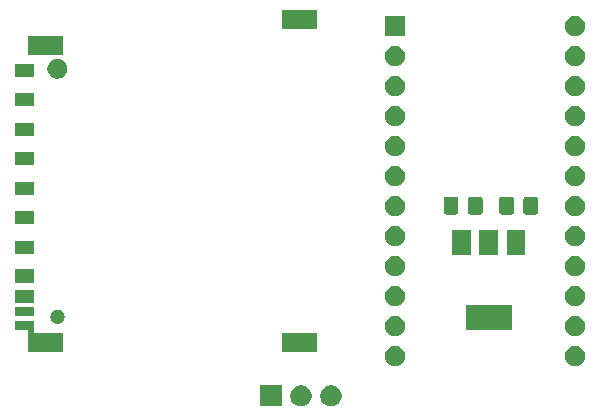
<source format=gbr>
G04 #@! TF.GenerationSoftware,KiCad,Pcbnew,(5.1.5)-3*
G04 #@! TF.CreationDate,2020-01-24T22:37:54-08:00*
G04 #@! TF.ProjectId,sdInterface,7364496e-7465-4726-9661-63652e6b6963,rev?*
G04 #@! TF.SameCoordinates,Original*
G04 #@! TF.FileFunction,Soldermask,Top*
G04 #@! TF.FilePolarity,Negative*
%FSLAX46Y46*%
G04 Gerber Fmt 4.6, Leading zero omitted, Abs format (unit mm)*
G04 Created by KiCad (PCBNEW (5.1.5)-3) date 2020-01-24 22:37:54*
%MOMM*%
%LPD*%
G04 APERTURE LIST*
%ADD10C,0.100000*%
G04 APERTURE END LIST*
D10*
G36*
X114001000Y-107801000D02*
G01*
X112199000Y-107801000D01*
X112199000Y-105999000D01*
X114001000Y-105999000D01*
X114001000Y-107801000D01*
G37*
G36*
X115753512Y-106003927D02*
G01*
X115902812Y-106033624D01*
X116066784Y-106101544D01*
X116214354Y-106200147D01*
X116339853Y-106325646D01*
X116438456Y-106473216D01*
X116506376Y-106637188D01*
X116541000Y-106811259D01*
X116541000Y-106988741D01*
X116506376Y-107162812D01*
X116438456Y-107326784D01*
X116339853Y-107474354D01*
X116214354Y-107599853D01*
X116066784Y-107698456D01*
X115902812Y-107766376D01*
X115753512Y-107796073D01*
X115728742Y-107801000D01*
X115551258Y-107801000D01*
X115526488Y-107796073D01*
X115377188Y-107766376D01*
X115213216Y-107698456D01*
X115065646Y-107599853D01*
X114940147Y-107474354D01*
X114841544Y-107326784D01*
X114773624Y-107162812D01*
X114739000Y-106988741D01*
X114739000Y-106811259D01*
X114773624Y-106637188D01*
X114841544Y-106473216D01*
X114940147Y-106325646D01*
X115065646Y-106200147D01*
X115213216Y-106101544D01*
X115377188Y-106033624D01*
X115526488Y-106003927D01*
X115551258Y-105999000D01*
X115728742Y-105999000D01*
X115753512Y-106003927D01*
G37*
G36*
X118293512Y-106003927D02*
G01*
X118442812Y-106033624D01*
X118606784Y-106101544D01*
X118754354Y-106200147D01*
X118879853Y-106325646D01*
X118978456Y-106473216D01*
X119046376Y-106637188D01*
X119081000Y-106811259D01*
X119081000Y-106988741D01*
X119046376Y-107162812D01*
X118978456Y-107326784D01*
X118879853Y-107474354D01*
X118754354Y-107599853D01*
X118606784Y-107698456D01*
X118442812Y-107766376D01*
X118293512Y-107796073D01*
X118268742Y-107801000D01*
X118091258Y-107801000D01*
X118066488Y-107796073D01*
X117917188Y-107766376D01*
X117753216Y-107698456D01*
X117605646Y-107599853D01*
X117480147Y-107474354D01*
X117381544Y-107326784D01*
X117313624Y-107162812D01*
X117279000Y-106988741D01*
X117279000Y-106811259D01*
X117313624Y-106637188D01*
X117381544Y-106473216D01*
X117480147Y-106325646D01*
X117605646Y-106200147D01*
X117753216Y-106101544D01*
X117917188Y-106033624D01*
X118066488Y-106003927D01*
X118091258Y-105999000D01*
X118268742Y-105999000D01*
X118293512Y-106003927D01*
G37*
G36*
X139088228Y-102721703D02*
G01*
X139243100Y-102785853D01*
X139382481Y-102878985D01*
X139501015Y-102997519D01*
X139594147Y-103136900D01*
X139658297Y-103291772D01*
X139691000Y-103456184D01*
X139691000Y-103623816D01*
X139658297Y-103788228D01*
X139594147Y-103943100D01*
X139501015Y-104082481D01*
X139382481Y-104201015D01*
X139243100Y-104294147D01*
X139088228Y-104358297D01*
X138923816Y-104391000D01*
X138756184Y-104391000D01*
X138591772Y-104358297D01*
X138436900Y-104294147D01*
X138297519Y-104201015D01*
X138178985Y-104082481D01*
X138085853Y-103943100D01*
X138021703Y-103788228D01*
X137989000Y-103623816D01*
X137989000Y-103456184D01*
X138021703Y-103291772D01*
X138085853Y-103136900D01*
X138178985Y-102997519D01*
X138297519Y-102878985D01*
X138436900Y-102785853D01*
X138591772Y-102721703D01*
X138756184Y-102689000D01*
X138923816Y-102689000D01*
X139088228Y-102721703D01*
G37*
G36*
X123848228Y-102721703D02*
G01*
X124003100Y-102785853D01*
X124142481Y-102878985D01*
X124261015Y-102997519D01*
X124354147Y-103136900D01*
X124418297Y-103291772D01*
X124451000Y-103456184D01*
X124451000Y-103623816D01*
X124418297Y-103788228D01*
X124354147Y-103943100D01*
X124261015Y-104082481D01*
X124142481Y-104201015D01*
X124003100Y-104294147D01*
X123848228Y-104358297D01*
X123683816Y-104391000D01*
X123516184Y-104391000D01*
X123351772Y-104358297D01*
X123196900Y-104294147D01*
X123057519Y-104201015D01*
X122938985Y-104082481D01*
X122845853Y-103943100D01*
X122781703Y-103788228D01*
X122749000Y-103623816D01*
X122749000Y-103456184D01*
X122781703Y-103291772D01*
X122845853Y-103136900D01*
X122938985Y-102997519D01*
X123057519Y-102878985D01*
X123196900Y-102785853D01*
X123351772Y-102721703D01*
X123516184Y-102689000D01*
X123683816Y-102689000D01*
X123848228Y-102721703D01*
G37*
G36*
X93026000Y-101424001D02*
G01*
X93028402Y-101448387D01*
X93035515Y-101471836D01*
X93047066Y-101493447D01*
X93062611Y-101512389D01*
X93081553Y-101527934D01*
X93103164Y-101539485D01*
X93126613Y-101546598D01*
X93150999Y-101549000D01*
X95476000Y-101549000D01*
X95476000Y-103151000D01*
X92574000Y-103151000D01*
X92574000Y-101480999D01*
X92571598Y-101456613D01*
X92564485Y-101433164D01*
X92552934Y-101411553D01*
X92537389Y-101392611D01*
X92518447Y-101377066D01*
X92496836Y-101365515D01*
X92473387Y-101358402D01*
X92449001Y-101356000D01*
X91424000Y-101356000D01*
X91424000Y-100554000D01*
X93026000Y-100554000D01*
X93026000Y-101424001D01*
G37*
G36*
X116976000Y-103151000D02*
G01*
X114074000Y-103151000D01*
X114074000Y-101549000D01*
X116976000Y-101549000D01*
X116976000Y-103151000D01*
G37*
G36*
X139088228Y-100181703D02*
G01*
X139243100Y-100245853D01*
X139382481Y-100338985D01*
X139501015Y-100457519D01*
X139594147Y-100596900D01*
X139658297Y-100751772D01*
X139691000Y-100916184D01*
X139691000Y-101083816D01*
X139658297Y-101248228D01*
X139594147Y-101403100D01*
X139501015Y-101542481D01*
X139382481Y-101661015D01*
X139243100Y-101754147D01*
X139088228Y-101818297D01*
X138923816Y-101851000D01*
X138756184Y-101851000D01*
X138591772Y-101818297D01*
X138436900Y-101754147D01*
X138297519Y-101661015D01*
X138178985Y-101542481D01*
X138085853Y-101403100D01*
X138021703Y-101248228D01*
X137989000Y-101083816D01*
X137989000Y-100916184D01*
X138021703Y-100751772D01*
X138085853Y-100596900D01*
X138178985Y-100457519D01*
X138297519Y-100338985D01*
X138436900Y-100245853D01*
X138591772Y-100181703D01*
X138756184Y-100149000D01*
X138923816Y-100149000D01*
X139088228Y-100181703D01*
G37*
G36*
X123848228Y-100181703D02*
G01*
X124003100Y-100245853D01*
X124142481Y-100338985D01*
X124261015Y-100457519D01*
X124354147Y-100596900D01*
X124418297Y-100751772D01*
X124451000Y-100916184D01*
X124451000Y-101083816D01*
X124418297Y-101248228D01*
X124354147Y-101403100D01*
X124261015Y-101542481D01*
X124142481Y-101661015D01*
X124003100Y-101754147D01*
X123848228Y-101818297D01*
X123683816Y-101851000D01*
X123516184Y-101851000D01*
X123351772Y-101818297D01*
X123196900Y-101754147D01*
X123057519Y-101661015D01*
X122938985Y-101542481D01*
X122845853Y-101403100D01*
X122781703Y-101248228D01*
X122749000Y-101083816D01*
X122749000Y-100916184D01*
X122781703Y-100751772D01*
X122845853Y-100596900D01*
X122938985Y-100457519D01*
X123057519Y-100338985D01*
X123196900Y-100245853D01*
X123351772Y-100181703D01*
X123516184Y-100149000D01*
X123683816Y-100149000D01*
X123848228Y-100181703D01*
G37*
G36*
X133501000Y-101301000D02*
G01*
X129599000Y-101301000D01*
X129599000Y-99199000D01*
X133501000Y-99199000D01*
X133501000Y-101301000D01*
G37*
G36*
X95161601Y-99614397D02*
G01*
X95200305Y-99622096D01*
X95232340Y-99635365D01*
X95309680Y-99667400D01*
X95408115Y-99733173D01*
X95491827Y-99816885D01*
X95557600Y-99915320D01*
X95602904Y-100024696D01*
X95626000Y-100140805D01*
X95626000Y-100259195D01*
X95602904Y-100375304D01*
X95557600Y-100484680D01*
X95491827Y-100583115D01*
X95408115Y-100666827D01*
X95309680Y-100732600D01*
X95232340Y-100764635D01*
X95200305Y-100777904D01*
X95161601Y-100785603D01*
X95084195Y-100801000D01*
X94965805Y-100801000D01*
X94888399Y-100785603D01*
X94849695Y-100777904D01*
X94817660Y-100764635D01*
X94740320Y-100732600D01*
X94641885Y-100666827D01*
X94558173Y-100583115D01*
X94492400Y-100484680D01*
X94447096Y-100375304D01*
X94424000Y-100259195D01*
X94424000Y-100140805D01*
X94447096Y-100024696D01*
X94492400Y-99915320D01*
X94558173Y-99816885D01*
X94641885Y-99733173D01*
X94740320Y-99667400D01*
X94817660Y-99635365D01*
X94849695Y-99622096D01*
X94888399Y-99614397D01*
X94965805Y-99599000D01*
X95084195Y-99599000D01*
X95161601Y-99614397D01*
G37*
G36*
X93026000Y-100156000D02*
G01*
X91424000Y-100156000D01*
X91424000Y-99354000D01*
X93026000Y-99354000D01*
X93026000Y-100156000D01*
G37*
G36*
X139088228Y-97641703D02*
G01*
X139243100Y-97705853D01*
X139382481Y-97798985D01*
X139501015Y-97917519D01*
X139594147Y-98056900D01*
X139658297Y-98211772D01*
X139691000Y-98376184D01*
X139691000Y-98543816D01*
X139658297Y-98708228D01*
X139594147Y-98863100D01*
X139501015Y-99002481D01*
X139382481Y-99121015D01*
X139243100Y-99214147D01*
X139088228Y-99278297D01*
X138923816Y-99311000D01*
X138756184Y-99311000D01*
X138591772Y-99278297D01*
X138436900Y-99214147D01*
X138297519Y-99121015D01*
X138178985Y-99002481D01*
X138085853Y-98863100D01*
X138021703Y-98708228D01*
X137989000Y-98543816D01*
X137989000Y-98376184D01*
X138021703Y-98211772D01*
X138085853Y-98056900D01*
X138178985Y-97917519D01*
X138297519Y-97798985D01*
X138436900Y-97705853D01*
X138591772Y-97641703D01*
X138756184Y-97609000D01*
X138923816Y-97609000D01*
X139088228Y-97641703D01*
G37*
G36*
X123848228Y-97641703D02*
G01*
X124003100Y-97705853D01*
X124142481Y-97798985D01*
X124261015Y-97917519D01*
X124354147Y-98056900D01*
X124418297Y-98211772D01*
X124451000Y-98376184D01*
X124451000Y-98543816D01*
X124418297Y-98708228D01*
X124354147Y-98863100D01*
X124261015Y-99002481D01*
X124142481Y-99121015D01*
X124003100Y-99214147D01*
X123848228Y-99278297D01*
X123683816Y-99311000D01*
X123516184Y-99311000D01*
X123351772Y-99278297D01*
X123196900Y-99214147D01*
X123057519Y-99121015D01*
X122938985Y-99002481D01*
X122845853Y-98863100D01*
X122781703Y-98708228D01*
X122749000Y-98543816D01*
X122749000Y-98376184D01*
X122781703Y-98211772D01*
X122845853Y-98056900D01*
X122938985Y-97917519D01*
X123057519Y-97798985D01*
X123196900Y-97705853D01*
X123351772Y-97641703D01*
X123516184Y-97609000D01*
X123683816Y-97609000D01*
X123848228Y-97641703D01*
G37*
G36*
X93026000Y-99006000D02*
G01*
X91424000Y-99006000D01*
X91424000Y-97904000D01*
X93026000Y-97904000D01*
X93026000Y-99006000D01*
G37*
G36*
X93026000Y-97306000D02*
G01*
X91424000Y-97306000D01*
X91424000Y-96204000D01*
X93026000Y-96204000D01*
X93026000Y-97306000D01*
G37*
G36*
X139088228Y-95101703D02*
G01*
X139243100Y-95165853D01*
X139382481Y-95258985D01*
X139501015Y-95377519D01*
X139594147Y-95516900D01*
X139658297Y-95671772D01*
X139691000Y-95836184D01*
X139691000Y-96003816D01*
X139658297Y-96168228D01*
X139594147Y-96323100D01*
X139501015Y-96462481D01*
X139382481Y-96581015D01*
X139243100Y-96674147D01*
X139088228Y-96738297D01*
X138923816Y-96771000D01*
X138756184Y-96771000D01*
X138591772Y-96738297D01*
X138436900Y-96674147D01*
X138297519Y-96581015D01*
X138178985Y-96462481D01*
X138085853Y-96323100D01*
X138021703Y-96168228D01*
X137989000Y-96003816D01*
X137989000Y-95836184D01*
X138021703Y-95671772D01*
X138085853Y-95516900D01*
X138178985Y-95377519D01*
X138297519Y-95258985D01*
X138436900Y-95165853D01*
X138591772Y-95101703D01*
X138756184Y-95069000D01*
X138923816Y-95069000D01*
X139088228Y-95101703D01*
G37*
G36*
X123848228Y-95101703D02*
G01*
X124003100Y-95165853D01*
X124142481Y-95258985D01*
X124261015Y-95377519D01*
X124354147Y-95516900D01*
X124418297Y-95671772D01*
X124451000Y-95836184D01*
X124451000Y-96003816D01*
X124418297Y-96168228D01*
X124354147Y-96323100D01*
X124261015Y-96462481D01*
X124142481Y-96581015D01*
X124003100Y-96674147D01*
X123848228Y-96738297D01*
X123683816Y-96771000D01*
X123516184Y-96771000D01*
X123351772Y-96738297D01*
X123196900Y-96674147D01*
X123057519Y-96581015D01*
X122938985Y-96462481D01*
X122845853Y-96323100D01*
X122781703Y-96168228D01*
X122749000Y-96003816D01*
X122749000Y-95836184D01*
X122781703Y-95671772D01*
X122845853Y-95516900D01*
X122938985Y-95377519D01*
X123057519Y-95258985D01*
X123196900Y-95165853D01*
X123351772Y-95101703D01*
X123516184Y-95069000D01*
X123683816Y-95069000D01*
X123848228Y-95101703D01*
G37*
G36*
X130051000Y-95001000D02*
G01*
X128449000Y-95001000D01*
X128449000Y-92899000D01*
X130051000Y-92899000D01*
X130051000Y-95001000D01*
G37*
G36*
X134651000Y-95001000D02*
G01*
X133049000Y-95001000D01*
X133049000Y-92899000D01*
X134651000Y-92899000D01*
X134651000Y-95001000D01*
G37*
G36*
X132351000Y-95001000D02*
G01*
X130749000Y-95001000D01*
X130749000Y-92899000D01*
X132351000Y-92899000D01*
X132351000Y-95001000D01*
G37*
G36*
X93026000Y-94876000D02*
G01*
X91424000Y-94876000D01*
X91424000Y-93774000D01*
X93026000Y-93774000D01*
X93026000Y-94876000D01*
G37*
G36*
X139088228Y-92561703D02*
G01*
X139243100Y-92625853D01*
X139382481Y-92718985D01*
X139501015Y-92837519D01*
X139594147Y-92976900D01*
X139658297Y-93131772D01*
X139691000Y-93296184D01*
X139691000Y-93463816D01*
X139658297Y-93628228D01*
X139594147Y-93783100D01*
X139501015Y-93922481D01*
X139382481Y-94041015D01*
X139243100Y-94134147D01*
X139088228Y-94198297D01*
X138923816Y-94231000D01*
X138756184Y-94231000D01*
X138591772Y-94198297D01*
X138436900Y-94134147D01*
X138297519Y-94041015D01*
X138178985Y-93922481D01*
X138085853Y-93783100D01*
X138021703Y-93628228D01*
X137989000Y-93463816D01*
X137989000Y-93296184D01*
X138021703Y-93131772D01*
X138085853Y-92976900D01*
X138178985Y-92837519D01*
X138297519Y-92718985D01*
X138436900Y-92625853D01*
X138591772Y-92561703D01*
X138756184Y-92529000D01*
X138923816Y-92529000D01*
X139088228Y-92561703D01*
G37*
G36*
X123848228Y-92561703D02*
G01*
X124003100Y-92625853D01*
X124142481Y-92718985D01*
X124261015Y-92837519D01*
X124354147Y-92976900D01*
X124418297Y-93131772D01*
X124451000Y-93296184D01*
X124451000Y-93463816D01*
X124418297Y-93628228D01*
X124354147Y-93783100D01*
X124261015Y-93922481D01*
X124142481Y-94041015D01*
X124003100Y-94134147D01*
X123848228Y-94198297D01*
X123683816Y-94231000D01*
X123516184Y-94231000D01*
X123351772Y-94198297D01*
X123196900Y-94134147D01*
X123057519Y-94041015D01*
X122938985Y-93922481D01*
X122845853Y-93783100D01*
X122781703Y-93628228D01*
X122749000Y-93463816D01*
X122749000Y-93296184D01*
X122781703Y-93131772D01*
X122845853Y-92976900D01*
X122938985Y-92837519D01*
X123057519Y-92718985D01*
X123196900Y-92625853D01*
X123351772Y-92561703D01*
X123516184Y-92529000D01*
X123683816Y-92529000D01*
X123848228Y-92561703D01*
G37*
G36*
X93026000Y-92376000D02*
G01*
X91424000Y-92376000D01*
X91424000Y-91274000D01*
X93026000Y-91274000D01*
X93026000Y-92376000D01*
G37*
G36*
X139088228Y-90021703D02*
G01*
X139243100Y-90085853D01*
X139382481Y-90178985D01*
X139501015Y-90297519D01*
X139594147Y-90436900D01*
X139658297Y-90591772D01*
X139691000Y-90756184D01*
X139691000Y-90923816D01*
X139658297Y-91088228D01*
X139594147Y-91243100D01*
X139501015Y-91382481D01*
X139382481Y-91501015D01*
X139243100Y-91594147D01*
X139088228Y-91658297D01*
X138923816Y-91691000D01*
X138756184Y-91691000D01*
X138591772Y-91658297D01*
X138436900Y-91594147D01*
X138297519Y-91501015D01*
X138178985Y-91382481D01*
X138085853Y-91243100D01*
X138021703Y-91088228D01*
X137989000Y-90923816D01*
X137989000Y-90756184D01*
X138021703Y-90591772D01*
X138085853Y-90436900D01*
X138178985Y-90297519D01*
X138297519Y-90178985D01*
X138436900Y-90085853D01*
X138591772Y-90021703D01*
X138756184Y-89989000D01*
X138923816Y-89989000D01*
X139088228Y-90021703D01*
G37*
G36*
X123848228Y-90021703D02*
G01*
X124003100Y-90085853D01*
X124142481Y-90178985D01*
X124261015Y-90297519D01*
X124354147Y-90436900D01*
X124418297Y-90591772D01*
X124451000Y-90756184D01*
X124451000Y-90923816D01*
X124418297Y-91088228D01*
X124354147Y-91243100D01*
X124261015Y-91382481D01*
X124142481Y-91501015D01*
X124003100Y-91594147D01*
X123848228Y-91658297D01*
X123683816Y-91691000D01*
X123516184Y-91691000D01*
X123351772Y-91658297D01*
X123196900Y-91594147D01*
X123057519Y-91501015D01*
X122938985Y-91382481D01*
X122845853Y-91243100D01*
X122781703Y-91088228D01*
X122749000Y-90923816D01*
X122749000Y-90756184D01*
X122781703Y-90591772D01*
X122845853Y-90436900D01*
X122938985Y-90297519D01*
X123057519Y-90178985D01*
X123196900Y-90085853D01*
X123351772Y-90021703D01*
X123516184Y-89989000D01*
X123683816Y-89989000D01*
X123848228Y-90021703D01*
G37*
G36*
X128813674Y-90053465D02*
G01*
X128851367Y-90064899D01*
X128886103Y-90083466D01*
X128916548Y-90108452D01*
X128941534Y-90138897D01*
X128960101Y-90173633D01*
X128971535Y-90211326D01*
X128976000Y-90256661D01*
X128976000Y-91343339D01*
X128971535Y-91388674D01*
X128960101Y-91426367D01*
X128941534Y-91461103D01*
X128916548Y-91491548D01*
X128886103Y-91516534D01*
X128851367Y-91535101D01*
X128813674Y-91546535D01*
X128768339Y-91551000D01*
X127931661Y-91551000D01*
X127886326Y-91546535D01*
X127848633Y-91535101D01*
X127813897Y-91516534D01*
X127783452Y-91491548D01*
X127758466Y-91461103D01*
X127739899Y-91426367D01*
X127728465Y-91388674D01*
X127724000Y-91343339D01*
X127724000Y-90256661D01*
X127728465Y-90211326D01*
X127739899Y-90173633D01*
X127758466Y-90138897D01*
X127783452Y-90108452D01*
X127813897Y-90083466D01*
X127848633Y-90064899D01*
X127886326Y-90053465D01*
X127931661Y-90049000D01*
X128768339Y-90049000D01*
X128813674Y-90053465D01*
G37*
G36*
X135563674Y-90053465D02*
G01*
X135601367Y-90064899D01*
X135636103Y-90083466D01*
X135666548Y-90108452D01*
X135691534Y-90138897D01*
X135710101Y-90173633D01*
X135721535Y-90211326D01*
X135726000Y-90256661D01*
X135726000Y-91343339D01*
X135721535Y-91388674D01*
X135710101Y-91426367D01*
X135691534Y-91461103D01*
X135666548Y-91491548D01*
X135636103Y-91516534D01*
X135601367Y-91535101D01*
X135563674Y-91546535D01*
X135518339Y-91551000D01*
X134681661Y-91551000D01*
X134636326Y-91546535D01*
X134598633Y-91535101D01*
X134563897Y-91516534D01*
X134533452Y-91491548D01*
X134508466Y-91461103D01*
X134489899Y-91426367D01*
X134478465Y-91388674D01*
X134474000Y-91343339D01*
X134474000Y-90256661D01*
X134478465Y-90211326D01*
X134489899Y-90173633D01*
X134508466Y-90138897D01*
X134533452Y-90108452D01*
X134563897Y-90083466D01*
X134598633Y-90064899D01*
X134636326Y-90053465D01*
X134681661Y-90049000D01*
X135518339Y-90049000D01*
X135563674Y-90053465D01*
G37*
G36*
X133513674Y-90053465D02*
G01*
X133551367Y-90064899D01*
X133586103Y-90083466D01*
X133616548Y-90108452D01*
X133641534Y-90138897D01*
X133660101Y-90173633D01*
X133671535Y-90211326D01*
X133676000Y-90256661D01*
X133676000Y-91343339D01*
X133671535Y-91388674D01*
X133660101Y-91426367D01*
X133641534Y-91461103D01*
X133616548Y-91491548D01*
X133586103Y-91516534D01*
X133551367Y-91535101D01*
X133513674Y-91546535D01*
X133468339Y-91551000D01*
X132631661Y-91551000D01*
X132586326Y-91546535D01*
X132548633Y-91535101D01*
X132513897Y-91516534D01*
X132483452Y-91491548D01*
X132458466Y-91461103D01*
X132439899Y-91426367D01*
X132428465Y-91388674D01*
X132424000Y-91343339D01*
X132424000Y-90256661D01*
X132428465Y-90211326D01*
X132439899Y-90173633D01*
X132458466Y-90138897D01*
X132483452Y-90108452D01*
X132513897Y-90083466D01*
X132548633Y-90064899D01*
X132586326Y-90053465D01*
X132631661Y-90049000D01*
X133468339Y-90049000D01*
X133513674Y-90053465D01*
G37*
G36*
X130863674Y-90053465D02*
G01*
X130901367Y-90064899D01*
X130936103Y-90083466D01*
X130966548Y-90108452D01*
X130991534Y-90138897D01*
X131010101Y-90173633D01*
X131021535Y-90211326D01*
X131026000Y-90256661D01*
X131026000Y-91343339D01*
X131021535Y-91388674D01*
X131010101Y-91426367D01*
X130991534Y-91461103D01*
X130966548Y-91491548D01*
X130936103Y-91516534D01*
X130901367Y-91535101D01*
X130863674Y-91546535D01*
X130818339Y-91551000D01*
X129981661Y-91551000D01*
X129936326Y-91546535D01*
X129898633Y-91535101D01*
X129863897Y-91516534D01*
X129833452Y-91491548D01*
X129808466Y-91461103D01*
X129789899Y-91426367D01*
X129778465Y-91388674D01*
X129774000Y-91343339D01*
X129774000Y-90256661D01*
X129778465Y-90211326D01*
X129789899Y-90173633D01*
X129808466Y-90138897D01*
X129833452Y-90108452D01*
X129863897Y-90083466D01*
X129898633Y-90064899D01*
X129936326Y-90053465D01*
X129981661Y-90049000D01*
X130818339Y-90049000D01*
X130863674Y-90053465D01*
G37*
G36*
X93026000Y-89876000D02*
G01*
X91424000Y-89876000D01*
X91424000Y-88774000D01*
X93026000Y-88774000D01*
X93026000Y-89876000D01*
G37*
G36*
X139088228Y-87481703D02*
G01*
X139243100Y-87545853D01*
X139382481Y-87638985D01*
X139501015Y-87757519D01*
X139594147Y-87896900D01*
X139658297Y-88051772D01*
X139691000Y-88216184D01*
X139691000Y-88383816D01*
X139658297Y-88548228D01*
X139594147Y-88703100D01*
X139501015Y-88842481D01*
X139382481Y-88961015D01*
X139243100Y-89054147D01*
X139088228Y-89118297D01*
X138923816Y-89151000D01*
X138756184Y-89151000D01*
X138591772Y-89118297D01*
X138436900Y-89054147D01*
X138297519Y-88961015D01*
X138178985Y-88842481D01*
X138085853Y-88703100D01*
X138021703Y-88548228D01*
X137989000Y-88383816D01*
X137989000Y-88216184D01*
X138021703Y-88051772D01*
X138085853Y-87896900D01*
X138178985Y-87757519D01*
X138297519Y-87638985D01*
X138436900Y-87545853D01*
X138591772Y-87481703D01*
X138756184Y-87449000D01*
X138923816Y-87449000D01*
X139088228Y-87481703D01*
G37*
G36*
X123848228Y-87481703D02*
G01*
X124003100Y-87545853D01*
X124142481Y-87638985D01*
X124261015Y-87757519D01*
X124354147Y-87896900D01*
X124418297Y-88051772D01*
X124451000Y-88216184D01*
X124451000Y-88383816D01*
X124418297Y-88548228D01*
X124354147Y-88703100D01*
X124261015Y-88842481D01*
X124142481Y-88961015D01*
X124003100Y-89054147D01*
X123848228Y-89118297D01*
X123683816Y-89151000D01*
X123516184Y-89151000D01*
X123351772Y-89118297D01*
X123196900Y-89054147D01*
X123057519Y-88961015D01*
X122938985Y-88842481D01*
X122845853Y-88703100D01*
X122781703Y-88548228D01*
X122749000Y-88383816D01*
X122749000Y-88216184D01*
X122781703Y-88051772D01*
X122845853Y-87896900D01*
X122938985Y-87757519D01*
X123057519Y-87638985D01*
X123196900Y-87545853D01*
X123351772Y-87481703D01*
X123516184Y-87449000D01*
X123683816Y-87449000D01*
X123848228Y-87481703D01*
G37*
G36*
X93026000Y-87376000D02*
G01*
X91424000Y-87376000D01*
X91424000Y-86274000D01*
X93026000Y-86274000D01*
X93026000Y-87376000D01*
G37*
G36*
X123848228Y-84941703D02*
G01*
X124003100Y-85005853D01*
X124142481Y-85098985D01*
X124261015Y-85217519D01*
X124354147Y-85356900D01*
X124418297Y-85511772D01*
X124451000Y-85676184D01*
X124451000Y-85843816D01*
X124418297Y-86008228D01*
X124354147Y-86163100D01*
X124261015Y-86302481D01*
X124142481Y-86421015D01*
X124003100Y-86514147D01*
X123848228Y-86578297D01*
X123683816Y-86611000D01*
X123516184Y-86611000D01*
X123351772Y-86578297D01*
X123196900Y-86514147D01*
X123057519Y-86421015D01*
X122938985Y-86302481D01*
X122845853Y-86163100D01*
X122781703Y-86008228D01*
X122749000Y-85843816D01*
X122749000Y-85676184D01*
X122781703Y-85511772D01*
X122845853Y-85356900D01*
X122938985Y-85217519D01*
X123057519Y-85098985D01*
X123196900Y-85005853D01*
X123351772Y-84941703D01*
X123516184Y-84909000D01*
X123683816Y-84909000D01*
X123848228Y-84941703D01*
G37*
G36*
X139088228Y-84941703D02*
G01*
X139243100Y-85005853D01*
X139382481Y-85098985D01*
X139501015Y-85217519D01*
X139594147Y-85356900D01*
X139658297Y-85511772D01*
X139691000Y-85676184D01*
X139691000Y-85843816D01*
X139658297Y-86008228D01*
X139594147Y-86163100D01*
X139501015Y-86302481D01*
X139382481Y-86421015D01*
X139243100Y-86514147D01*
X139088228Y-86578297D01*
X138923816Y-86611000D01*
X138756184Y-86611000D01*
X138591772Y-86578297D01*
X138436900Y-86514147D01*
X138297519Y-86421015D01*
X138178985Y-86302481D01*
X138085853Y-86163100D01*
X138021703Y-86008228D01*
X137989000Y-85843816D01*
X137989000Y-85676184D01*
X138021703Y-85511772D01*
X138085853Y-85356900D01*
X138178985Y-85217519D01*
X138297519Y-85098985D01*
X138436900Y-85005853D01*
X138591772Y-84941703D01*
X138756184Y-84909000D01*
X138923816Y-84909000D01*
X139088228Y-84941703D01*
G37*
G36*
X93026000Y-84876000D02*
G01*
X91424000Y-84876000D01*
X91424000Y-83774000D01*
X93026000Y-83774000D01*
X93026000Y-84876000D01*
G37*
G36*
X123848228Y-82401703D02*
G01*
X124003100Y-82465853D01*
X124142481Y-82558985D01*
X124261015Y-82677519D01*
X124354147Y-82816900D01*
X124418297Y-82971772D01*
X124451000Y-83136184D01*
X124451000Y-83303816D01*
X124418297Y-83468228D01*
X124354147Y-83623100D01*
X124261015Y-83762481D01*
X124142481Y-83881015D01*
X124003100Y-83974147D01*
X123848228Y-84038297D01*
X123683816Y-84071000D01*
X123516184Y-84071000D01*
X123351772Y-84038297D01*
X123196900Y-83974147D01*
X123057519Y-83881015D01*
X122938985Y-83762481D01*
X122845853Y-83623100D01*
X122781703Y-83468228D01*
X122749000Y-83303816D01*
X122749000Y-83136184D01*
X122781703Y-82971772D01*
X122845853Y-82816900D01*
X122938985Y-82677519D01*
X123057519Y-82558985D01*
X123196900Y-82465853D01*
X123351772Y-82401703D01*
X123516184Y-82369000D01*
X123683816Y-82369000D01*
X123848228Y-82401703D01*
G37*
G36*
X139088228Y-82401703D02*
G01*
X139243100Y-82465853D01*
X139382481Y-82558985D01*
X139501015Y-82677519D01*
X139594147Y-82816900D01*
X139658297Y-82971772D01*
X139691000Y-83136184D01*
X139691000Y-83303816D01*
X139658297Y-83468228D01*
X139594147Y-83623100D01*
X139501015Y-83762481D01*
X139382481Y-83881015D01*
X139243100Y-83974147D01*
X139088228Y-84038297D01*
X138923816Y-84071000D01*
X138756184Y-84071000D01*
X138591772Y-84038297D01*
X138436900Y-83974147D01*
X138297519Y-83881015D01*
X138178985Y-83762481D01*
X138085853Y-83623100D01*
X138021703Y-83468228D01*
X137989000Y-83303816D01*
X137989000Y-83136184D01*
X138021703Y-82971772D01*
X138085853Y-82816900D01*
X138178985Y-82677519D01*
X138297519Y-82558985D01*
X138436900Y-82465853D01*
X138591772Y-82401703D01*
X138756184Y-82369000D01*
X138923816Y-82369000D01*
X139088228Y-82401703D01*
G37*
G36*
X93026000Y-82376000D02*
G01*
X91424000Y-82376000D01*
X91424000Y-81274000D01*
X93026000Y-81274000D01*
X93026000Y-82376000D01*
G37*
G36*
X139088228Y-79861703D02*
G01*
X139243100Y-79925853D01*
X139382481Y-80018985D01*
X139501015Y-80137519D01*
X139594147Y-80276900D01*
X139658297Y-80431772D01*
X139691000Y-80596184D01*
X139691000Y-80763816D01*
X139658297Y-80928228D01*
X139594147Y-81083100D01*
X139501015Y-81222481D01*
X139382481Y-81341015D01*
X139243100Y-81434147D01*
X139088228Y-81498297D01*
X138923816Y-81531000D01*
X138756184Y-81531000D01*
X138591772Y-81498297D01*
X138436900Y-81434147D01*
X138297519Y-81341015D01*
X138178985Y-81222481D01*
X138085853Y-81083100D01*
X138021703Y-80928228D01*
X137989000Y-80763816D01*
X137989000Y-80596184D01*
X138021703Y-80431772D01*
X138085853Y-80276900D01*
X138178985Y-80137519D01*
X138297519Y-80018985D01*
X138436900Y-79925853D01*
X138591772Y-79861703D01*
X138756184Y-79829000D01*
X138923816Y-79829000D01*
X139088228Y-79861703D01*
G37*
G36*
X123848228Y-79861703D02*
G01*
X124003100Y-79925853D01*
X124142481Y-80018985D01*
X124261015Y-80137519D01*
X124354147Y-80276900D01*
X124418297Y-80431772D01*
X124451000Y-80596184D01*
X124451000Y-80763816D01*
X124418297Y-80928228D01*
X124354147Y-81083100D01*
X124261015Y-81222481D01*
X124142481Y-81341015D01*
X124003100Y-81434147D01*
X123848228Y-81498297D01*
X123683816Y-81531000D01*
X123516184Y-81531000D01*
X123351772Y-81498297D01*
X123196900Y-81434147D01*
X123057519Y-81341015D01*
X122938985Y-81222481D01*
X122845853Y-81083100D01*
X122781703Y-80928228D01*
X122749000Y-80763816D01*
X122749000Y-80596184D01*
X122781703Y-80431772D01*
X122845853Y-80276900D01*
X122938985Y-80137519D01*
X123057519Y-80018985D01*
X123196900Y-79925853D01*
X123351772Y-79861703D01*
X123516184Y-79829000D01*
X123683816Y-79829000D01*
X123848228Y-79861703D01*
G37*
G36*
X95273228Y-78381703D02*
G01*
X95428100Y-78445853D01*
X95567481Y-78538985D01*
X95686015Y-78657519D01*
X95779147Y-78796900D01*
X95843297Y-78951772D01*
X95876000Y-79116184D01*
X95876000Y-79283816D01*
X95843297Y-79448228D01*
X95779147Y-79603100D01*
X95686015Y-79742481D01*
X95567481Y-79861015D01*
X95428100Y-79954147D01*
X95273228Y-80018297D01*
X95108816Y-80051000D01*
X94941184Y-80051000D01*
X94776772Y-80018297D01*
X94621900Y-79954147D01*
X94482519Y-79861015D01*
X94363985Y-79742481D01*
X94270853Y-79603100D01*
X94206703Y-79448228D01*
X94174000Y-79283816D01*
X94174000Y-79116184D01*
X94206703Y-78951772D01*
X94270853Y-78796900D01*
X94363985Y-78657519D01*
X94482519Y-78538985D01*
X94621900Y-78445853D01*
X94776772Y-78381703D01*
X94941184Y-78349000D01*
X95108816Y-78349000D01*
X95273228Y-78381703D01*
G37*
G36*
X93026000Y-79876000D02*
G01*
X91424000Y-79876000D01*
X91424000Y-78774000D01*
X93026000Y-78774000D01*
X93026000Y-79876000D01*
G37*
G36*
X123848228Y-77321703D02*
G01*
X124003100Y-77385853D01*
X124142481Y-77478985D01*
X124261015Y-77597519D01*
X124354147Y-77736900D01*
X124418297Y-77891772D01*
X124451000Y-78056184D01*
X124451000Y-78223816D01*
X124418297Y-78388228D01*
X124354147Y-78543100D01*
X124261015Y-78682481D01*
X124142481Y-78801015D01*
X124003100Y-78894147D01*
X123848228Y-78958297D01*
X123683816Y-78991000D01*
X123516184Y-78991000D01*
X123351772Y-78958297D01*
X123196900Y-78894147D01*
X123057519Y-78801015D01*
X122938985Y-78682481D01*
X122845853Y-78543100D01*
X122781703Y-78388228D01*
X122749000Y-78223816D01*
X122749000Y-78056184D01*
X122781703Y-77891772D01*
X122845853Y-77736900D01*
X122938985Y-77597519D01*
X123057519Y-77478985D01*
X123196900Y-77385853D01*
X123351772Y-77321703D01*
X123516184Y-77289000D01*
X123683816Y-77289000D01*
X123848228Y-77321703D01*
G37*
G36*
X139088228Y-77321703D02*
G01*
X139243100Y-77385853D01*
X139382481Y-77478985D01*
X139501015Y-77597519D01*
X139594147Y-77736900D01*
X139658297Y-77891772D01*
X139691000Y-78056184D01*
X139691000Y-78223816D01*
X139658297Y-78388228D01*
X139594147Y-78543100D01*
X139501015Y-78682481D01*
X139382481Y-78801015D01*
X139243100Y-78894147D01*
X139088228Y-78958297D01*
X138923816Y-78991000D01*
X138756184Y-78991000D01*
X138591772Y-78958297D01*
X138436900Y-78894147D01*
X138297519Y-78801015D01*
X138178985Y-78682481D01*
X138085853Y-78543100D01*
X138021703Y-78388228D01*
X137989000Y-78223816D01*
X137989000Y-78056184D01*
X138021703Y-77891772D01*
X138085853Y-77736900D01*
X138178985Y-77597519D01*
X138297519Y-77478985D01*
X138436900Y-77385853D01*
X138591772Y-77321703D01*
X138756184Y-77289000D01*
X138923816Y-77289000D01*
X139088228Y-77321703D01*
G37*
G36*
X95476000Y-78051000D02*
G01*
X92574000Y-78051000D01*
X92574000Y-76449000D01*
X95476000Y-76449000D01*
X95476000Y-78051000D01*
G37*
G36*
X124451000Y-76451000D02*
G01*
X122749000Y-76451000D01*
X122749000Y-74749000D01*
X124451000Y-74749000D01*
X124451000Y-76451000D01*
G37*
G36*
X139088228Y-74781703D02*
G01*
X139243100Y-74845853D01*
X139382481Y-74938985D01*
X139501015Y-75057519D01*
X139594147Y-75196900D01*
X139658297Y-75351772D01*
X139691000Y-75516184D01*
X139691000Y-75683816D01*
X139658297Y-75848228D01*
X139594147Y-76003100D01*
X139501015Y-76142481D01*
X139382481Y-76261015D01*
X139243100Y-76354147D01*
X139088228Y-76418297D01*
X138923816Y-76451000D01*
X138756184Y-76451000D01*
X138591772Y-76418297D01*
X138436900Y-76354147D01*
X138297519Y-76261015D01*
X138178985Y-76142481D01*
X138085853Y-76003100D01*
X138021703Y-75848228D01*
X137989000Y-75683816D01*
X137989000Y-75516184D01*
X138021703Y-75351772D01*
X138085853Y-75196900D01*
X138178985Y-75057519D01*
X138297519Y-74938985D01*
X138436900Y-74845853D01*
X138591772Y-74781703D01*
X138756184Y-74749000D01*
X138923816Y-74749000D01*
X139088228Y-74781703D01*
G37*
G36*
X116976000Y-75851000D02*
G01*
X114074000Y-75851000D01*
X114074000Y-74249000D01*
X116976000Y-74249000D01*
X116976000Y-75851000D01*
G37*
M02*

</source>
